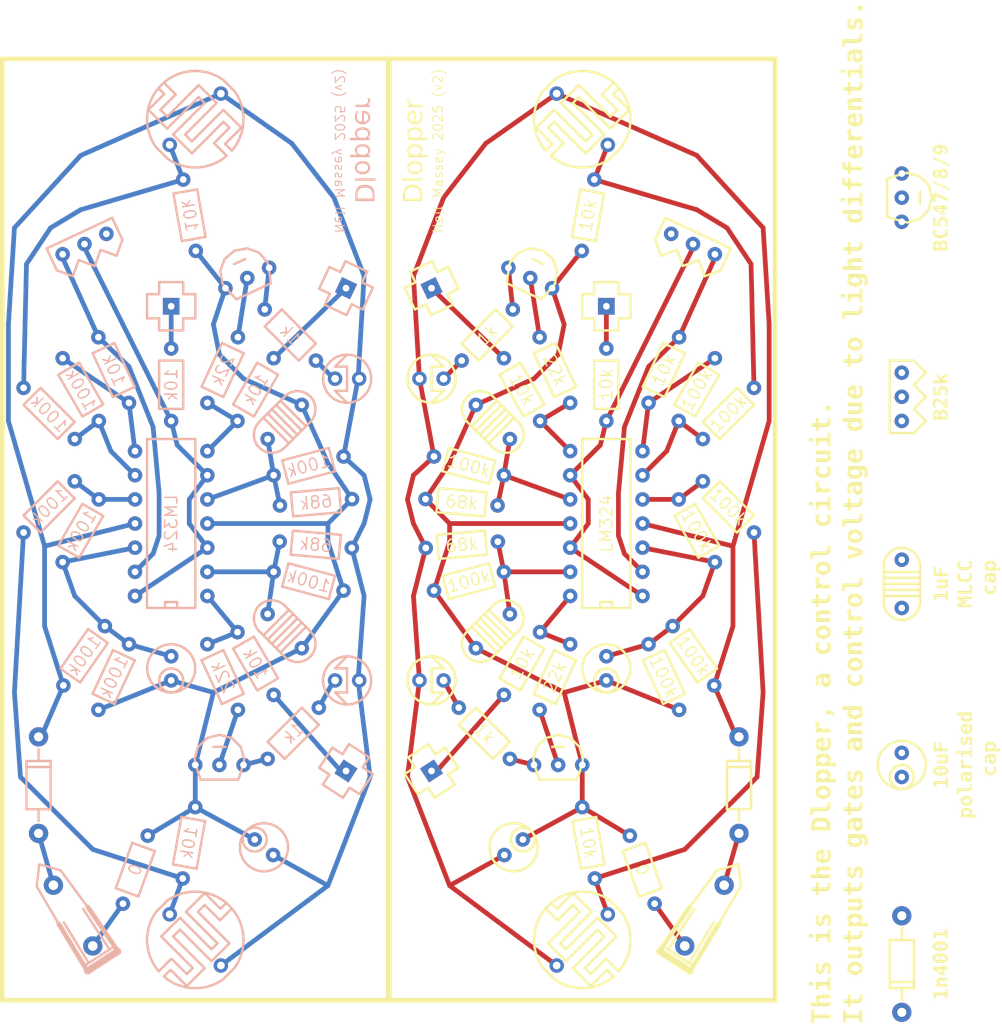
<source format=kicad_pcb>
(kicad_pcb (version 20240108) (generator "pcbnew") (generator_version "8.0")
  (layers (0 "F.Cu" signal) (31 "B.Cu" signal) (34 "B.Paste" user) (35 "F.Paste" user) (36 "B.SilkS" user "B.Silkscreen") (37 "F.SilkS" user "F.Silkscreen") (38 "B.Mask" user) (39 "F.Mask" user) (44 "Edge.Cuts" user))
  (net 0 "")
  (net 1 "GND")
  (net 2 "Net-(BT1-+)")
  (net 3 "MIDO")
  (net 4 "Net-(U1C--)")
  (net 5 "+9V")
  (net 6 "Net-(D1-K)")
  (net 7 "Net-(D2-K)")
  (net 8 "Net-(Q1-B)")
  (net 9 "Net-(Q1-C)")
  (net 10 "Net-(Q2-B)")
  (net 11 "Net-(Q2-C)")
  (net 12 "Net-(R3-Pad2)")
  (net 13 "Net-(U1A--)")
  (net 14 "Net-(R6-Pad2)")
  (net 15 "Net-(U1B-+)")
  (net 16 "Net-(R11-Pad1)")
  (net 17 "Net-(U1B--)")
  (net 18 "Net-(R14-Pad2)")
  (net 19 "Net-(R16-Pad1)")
  (net 20 "Vref1")
  (net 21 "Net-(R18-Pad2)")
  (net 22 "Net-(R19-Pad2)")
  (net 23 "Net-(R20-Pad2)")
  (net 25 "Vref2")
  (footprint "diy-nabra:power-1n4001" (layer "F.Cu") (at 113.665 151.765 90)
    (property "Reference" "REF**")
    (property "Value" "power-1n4001" (hide yes))
  )
  (footprint "diy-nabra:r3" (layer "F.Cu") (at 90.21535 119.936066 115)
    (property "Reference" "R2")
    (property "Value" "100k")
  )
  (footprint "diy-nabra:r3" (layer "F.Cu") (at 71.755 118.359114 60)
    (property "Reference" "R20")
    (property "Value" "10k")
  )
  (footprint "diy-nabra:wnob" (layer "F.Cu") (at 89.375956 69.85 -25)
    (property "Reference" "RV1")
    (property "Value" "B25k" (hide yes))
  )
  (footprint "diy-nabra:cadsulfide_sm" (layer "F.Cu") (at 80.01 144.145 -135)
    (property "Reference" "R6")
    (property "Value" "LDR-TOP" (hide yes))
  )
  (footprint "diy-nabra:cel1" (layer "F.Cu") (at 82.55 116.840001 90)
    (property "Reference" "C1")
    (property "Value" "10uF" (hide yes))
  )
  (footprint "diy-nabra:qnpn" (layer "F.Cu") (at 77.469999 125.730001 180)
    (property "Reference" "Q2")
    (property "Value" "BC547" (hide yes))
  )
  (footprint "diy-nabra:wsqout" (layer "F.Cu") (at 64.135 75.565 -154.6)
    (property "Reference" "TP1")
    (property "Value" "CompBot" (hide yes))
  )
  (footprint "diy-nabra:r3" (layer "F.Cu") (at 82.55 81.915001 -90)
    (property "Reference" "R18")
    (property "Value" "10k")
  )
  (footprint "diy-nabra:cel1" (layer "F.Cu") (at 113.665 127 90)
    (property "Reference" "REF**")
    (property "Value" "cel1" (hide yes))
  )
  (footprint "diy-nabra:power-1n4001" (layer "F.Cu") (at 96.52 122.77702 -90)
    (property "Reference" "D3")
    (property "Value" "1N4001" (hide yes))
  )
  (footprint "diy-nabra:dip14" (layer "F.Cu") (at 78.74 107.95 90)
    (property "Reference" "U1")
    (property "Value" "LM324")
  )
  (footprint "diy-nabra:r3" (layer "F.Cu") (at 90.17 97.79 -60)
    (property "Reference" "R10")
    (property "Value" "100k")
  )
  (footprint "diy-nabra:r3" (layer "F.Cu") (at 71.754999 82.935886 -60)
    (property "Reference" "R19")
    (property "Value" "10k")
  )
  (footprint "diy-nabra:r3" (layer "F.Cu") (at 90.215352 80.723936 -115)
    (property "Reference" "R11")
    (property "Value" "10k")
  )
  (footprint "diy-nabra:led" (layer "F.Cu") (at 65.405 85.09 180)
    (property "Reference" "D1")
    (property "Value" "LED" (hide yes))
  )
  (footprint "diy-nabra:r3" (layer "F.Cu") (at 64.394645 107.382201 15)
    (property "Reference" "R24")
    (property "Value" "100k")
  )
  (footprint "diy-nabra:r3" (layer "F.Cu") (at 71.755 95.25 165)
    (property "Reference" "R21")
    (property "Value" "100k")
  )
  (footprint "diy-nabra:r3" (layer "F.Cu") (at 71.12 102.235 -175)
    (property "Reference" "R23")
    (property "Value" "68k")
  )
  (footprint "diy-nabra:qnpn" (layer "F.Cu") (at 113.665 66.04 90)
    (property "Reference" "REF**")
    (property "Value" "qnpn" (hide yes))
  )
  (footprint "diy-nabra:r3" (layer "F.Cu") (at 72.698154 77.796848 -135)
    (property "Reference" "R15")
    (property "Value" "1k")
  )
  (footprint "diy-nabra:cel1" (layer "F.Cu") (at 73.75345 133.579675 -140)
    (property "Reference" "C3")
    (property "Value" "10uF" (hide yes))
  )
  (footprint "diy-nabra:r3" (layer "F.Cu") (at 92.71 95.885 -45)
    (property "Reference" "R8")
    (property "Value" "100k")
  )
  (footprint "diy-nabra:r3" (layer "F.Cu") (at 63.5 97.760873 -5)
    (property "Reference" "R22")
    (property "Value" "68k")
  )
  (footprint "diy-nabra:r3" (layer "F.Cu") (at 89.535 111.125 -55)
    (property "Reference" "R1")
    (property "Value" "100k")
  )
  (footprint "diy-nabra:cadsulfide_sm" (layer "F.Cu") (at 80.01 57.785 135)
    (property "Reference" "R3")
    (property "Value" "LDR-BOT" (hide yes))
  )
  (footprint "diy-nabra:r3" (layer "F.Cu") (at 78.74 87.63 115)
    (property "Reference" "R14")
    (property "Value" "22k")
  )
  (footprint "diy-nabra:led" (layer "F.Cu") (at 65.405 116.84 180)
    (property "Reference" "D2")
    (property "Value" "LED" (hide yes))
  )
  (footprint "diy-nabra:cpoly105" (layer "F.Cu") (at 113.665 109.22 90)
    (property "Reference" "REF**")
    (property "Value" "cpoly105" (hide yes))
  )
  (footprint "diy-nabra:r3" (layer "F.Cu") (at 72.39 125.095 135)
    (property "Reference" "R17")
    (property "Value" "1k")
  )
  (footprint "diy-nabra:wnob" (layer "F.Cu") (at 113.665 89.535 90)
    (property "Reference" "REF**")
    (property "Value" "wnob" (hide yes))
  )
  (footprint "diy-nabra:r3" (layer "F.Cu") (at 93.98 82.935887 -120)
    (property "Reference" "R9")
    (property "Value" "100k")
  )
  (footprint "diy-nabra:wobelisk" (layer "F.Cu") (at 90.805 144.78 57)
    (property "Reference" "BT1")
    (property "Value" "Battery" (hide yes))
  )
  (footprint "diy-nabra:cpoly105" (layer "F.Cu") (at 68.797898 87.847898 -45)
    (property "Reference" "C4")
    (property "Value" "1uF" (hide yes))
  )
  (footprint "diy-nabra:r3" (layer "F.Cu") (at 80.01 130.175 -80)
    (property "Reference" "R7")
    (property "Value" "10k")
  )
  (footprint "diy-nabra:wsqout" (layer "F.Cu") (at 82.55 77.47 180)
    (property "Reference" "TP2")
    (property "Value" "Out" (hide yes))
  )
  (footprint "diy-nabra:r3" (layer "F.Cu") (at 75.519647 119.936064 65)
    (property "Reference" "R16")
    (property "Value" "22k")
  )
  (footprint "diy-nabra:r3" (layer "F.Cu") (at 79.956801 71.639236 80)
    (property "Reference" "R4")
    (property "Value" "10k")
  )
  (footprint "diy-nabra:wsqout" (layer "F.Cu") (at 64.135 126.365 -147)
    (property "Reference" "TP3")
    (property "Value" "CompTop" (hide yes))
  )
  (footprint "diy-nabra:r3" (layer "F.Cu") (at 85.023806 133.174542 -70)
    (property "Reference" "R7")
    (property "Value" "0")
  )
  (footprint "diy-nabra:qnpn" (layer "F.Cu") (at 74.532977 74.491548 155)
    (property "Reference" "Q1")
    (property "Value" "BC547" (hide yes))
  )
  (footprint "diy-nabra:cpoly105" (layer "F.Cu") (at 68.797898 113.447102 45)
    (property "Reference" "C5")
    (property "Value" "1uF" (hide yes))
  )
  (footprint "diy-nabra:r3" (layer "F.Cu") (at 92.71 91.44 45)
    (property "Reference" "R5")
    (property "Value" "100k")
  )
  (footprint "diy-nabra:cel1" (layer "B.Cu") (at 45.509858 133.579675 -40)
    (property "Reference" "C3")
    (property "Value" "10uF" (hide yes))
  )
  (footprint "diy-nabra:r3" (layer "B.Cu") (at 29.093308 97.79 -120)
    (property "Reference" "R10")
    (property "Value" "100k")
  )
  (footprint "diy-nabra:r3" (layer "B.Cu") (at 55.763308 97.760873 -175)
    (property "Reference" "R22")
    (property "Value" "68k")
  )
  (footprint "diy-nabra:wsqout" (layer "B.Cu") (at 55.128308 75.565 -25.4)
    (property "Reference" "TP1")
    (property "Value" "CompBot" (hide yes))
  )
  (footprint "diy-nabra:r3" (layer "B.Cu") (at 54.868663 107.382201 165)
    (property "Reference" "R24")
    (property "Value" "100k")
  )
  (footprint "diy-nabra:qnpn" (layer "B.Cu") (at 41.793309 125.730001)
    (property "Reference" "Q2")
    (property "Value" "BC547" (hide yes))
  )
  (footprint "diy-nabra:cpoly105" (layer "B.Cu") (at 50.46541 87.847898 -135)
    (property "Reference" "C4")
    (property "Value" "1uF" (hide yes))
  )
  (footprint "diy-nabra:r3" (layer "B.Cu") (at 40.523308 87.63 65)
    (property "Reference" "R14")
    (property "Value" "22k")
  )
  (footprint "diy-nabra:r3" (layer "B.Cu") (at 26.553308 95.885 -135)
    (property "Reference" "R8")
    (property "Value" "100k")
  )
  (footprint "diy-nabra:dip14" (layer "B.Cu") (at 40.523308 107.95 90)
    (property "Reference" "U1")
    (property "Value" "LM324")
  )
  (footprint "diy-nabra:r3" (layer "B.Cu") (at 47.508309 82.935886 -120)
    (property "Reference" "R19")
    (property "Value" "10k")
  )
  (footprint "diy-nabra:qnpn" (layer "B.Cu") (at 44.730331 74.491548 25)
    (property "Reference" "Q1")
    (property "Value" "BC547" (hide yes))
  )
  (footprint "diy-nabra:r3" (layer "B.Cu") (at 29.728308 111.125 -125)
    (property "Reference" "R1")
    (property "Value" "100k")
  )
  (footprint "diy-nabra:r3" (layer "B.Cu") (at 39.306507 71.639236 100)
    (property "Reference" "R4")
    (property "Value" "10k")
  )
  (footprint "diy-nabra:wnob" (layer "B.Cu") (at 29.887352 69.85 -155)
    (property "Reference" "RV1")
    (property "Value" "B25k" (hide yes))
  )
  (footprint "diy-nabra:led" (layer "B.Cu") (at 53.975 85.09)
    (property "Reference" "D1")
    (property "Value" "LED" (hide yes))
  )
  (footprint "diy-nabra:r3" (layer "B.Cu") (at 48.143308 102.235 -5)
    (property "Reference" "R23")
    (property "Value" "68k")
  )
  (footprint "diy-nabra:r3" (layer "B.Cu") (at 46.565154 77.796848 -45)
    (property "Reference" "R15")
    (property "Value" "1k")
  )
  (footprint "diy-nabra:cel1" (layer "B.Cu") (at 36.713308 116.840001 90)
    (property "Reference" "C1")
    (property "Value" "10uF" (hide yes))
  )
  (footprint "diy-nabra:r3" (layer "B.Cu") (at 39.253308 130.175 -100)
    (property "Reference" "R7")
    (property "Value" "10k")
  )
  (footprint "diy-nabra:cadsulfide_sm" (layer "B.Cu") (at 39.253308 57.785 45)
    (property "Reference" "R3")
    (property "Value" "LDR-BOT" (hide yes))
  )
  (footprint "diy-nabra:r3" (layer "B.Cu") (at 36.713308 81.915001 -90)
    (property "Reference" "R18")
    (property "Value" "10k")
  )
  (footprint "diy-nabra:r3" (layer "B.Cu") (at 47.508308 95.25 15)
    (property "Reference" "R21")
    (property "Value" "100k")
  )
  (footprint "diy-nabra:power-1n4001" (layer "B.Cu") (at 22.743308 122.77702 -90)
    (property "Reference" "D3")
    (property "Value" "1N4001" (hide yes))
  )
  (footprint "diy-nabra:wobelisk" (layer "B.Cu") (at 28.458308 144.78 123)
    (property "Reference" "BT1")
    (property "Value" "Battery" (hide yes))
  )
  (footprint "diy-nabra:r3" (layer "B.Cu") (at 26.553308 91.44 135)
    (property "Reference" "R5")
    (property "Value" "100k")
  )
  (footprint "diy-nabra:wsqout" (layer "B.Cu") (at 36.713308 77.47)
    (property "Reference" "TP2")
    (property "Value" "Out" (hide yes))
  )
  (footprint "diy-nabra:r3" (layer "B.Cu") (at 25.283308 82.935887 -60)
    (property "Reference" "R9")
    (property "Value" "100k")
  )
  (footprint "diy-nabra:cadsulfide_sm" (layer "B.Cu") (at 39.253308 144.145 -45)
    (property "Reference" "R6")
    (property "Value" "LDR-TOP" (hide yes))
  )
  (footprint "diy-nabra:r3" (layer "B.Cu") (at 43.743661 119.936064 115)
    (property "Reference" "R16")
    (property "Value" "22k")
  )
  (footprint "diy-nabra:r3" (layer "B.Cu") (at 46.873308 125.095 45)
    (property "Reference" "R17")
    (property "Value" "1k")
  )
  (footprint "diy-nabra:wsqout" (layer "B.Cu") (at 55.128308 126.365 -33)
    (property "Reference" "TP3")
    (property "Value" "CompTop" (hide yes))
  )
  (footprint "diy-nabra:r3" (layer "B.Cu") (at 29.047958 119.936066 65)
    (property "Reference" "R2")
    (property "Value" "100k")
  )
  (footprint "diy-nabra:led" (layer "B.Cu") (at 53.975 116.84)
    (property "Reference" "D2")
    (property "Value" "LED" (hide yes))
  )
  (footprint "diy-nabra:cpoly105" (layer "B.Cu") (at 50.46541 113.447102 135)
    (property "Reference" "C5")
    (property "Value" "1uF" (hide yes))
  )
  (footprint "diy-nabra:r3" (layer "B.Cu") (at 47.508308 118.359114 120)
    (property "Reference" "R20")
    (property "Value" "10k")
  )
  (footprint "diy-nabra:r3" (layer "B.Cu") (at 29.047956 80.723936 -65)
    (property "Reference" "R11")
    (property "Value" "10k")
  )
  (footprint "diy-nabra:r3" (layer "B.Cu") (at 34.239502 133.174542 -110)
    (property "Reference" "R7")
    (property "Value" "0")
  )
  (gr_rect (start 18.933308 51.435) (end 59.573308 150.495) (stroke (width 0.5)) (fill none) (layer "F.SilkS"))
  (gr_rect (start 59.69 51.435) (end 100.33 150.495) (stroke (width 0.5)) (fill none) (layer "F.SilkS"))
  (gr_text "Dlopper" (at 55.763308 66.675 -90) (layer "B.SilkS") (effects (font (size 2 2) (thickness 0.1)) (justify left bottom mirror)))
  (gr_text "Neil Massey 2025 (v2)" (at 53.858308 69.85 -90) (layer "B.SilkS") (effects (font (size 1 1) (thickness 0.1)) (justify left bottom mirror)))
  (gr_text "BC547/8/9" (at 118.745 66.04 90) (layer "F.SilkS") (effects (font (size 1.5 1.5) (thickness 0.3) (bold yes)) (justify bottom)))
  (gr_text "1uF \nMLCC \ncap" (at 123.825 106.045 90) (layer "F.SilkS") (effects (font (size 1.5 1.5) (thickness 0.3) (bold yes)) (justify bottom)))
  (gr_text "1n4001" (at 118.745 150.495 90) (layer "F.SilkS") (effects (font (size 1.5 1.5) (thickness 0.3) (bold yes)) (justify left bottom)))
  (gr_text "Dlopper" (at 63.5 66.675 90) (layer "F.SilkS") (effects (font (size 2 2) (thickness 0.1)) (justify left bottom)))
  (gr_text "Neil Massey 2025 (v2)" (at 65.405 69.85 90) (layer "F.SilkS") (effects (font (size 1 1) (thickness 0.1)) (justify left bottom)))
  (gr_text "10uF \npolarised \ncap" (at 123.825 125.095 90) (layer "F.SilkS") (effects (font (size 1.5 1.5) (thickness 0.3) (bold yes)) (justify bottom)))
  (gr_text "B25k" (at 118.745 86.995 90) (layer "F.SilkS") (effects (font (size 1.5 1.5) (thickness 0.3) (bold yes)) (justify bottom)))
  (gr_text "This is the Dlopper, a control circuit.\nIt outputs gates and control voltage due to light differentials." (at 109.855 153.035 90) (layer "F.SilkS") (effects (font (size 2 2) (thickness 0.4) (bold yes)) (justify left bottom)))
  (segment (start 85.023806 133.174542) (end 80.01 130.175) (width 0.5) (layer "F.Cu") (net 1))
  (segment (start 64.394645 107.382201) (end 66.04 102.235) (width 0.5) (layer "F.Cu") (net 1))
  (segment (start 78.105 118.11) (end 82.55 116.840001) (width 0.5) (layer "F.Cu") (net 1))
  (segment (start 74.93 85.09) (end 77.47 82.55) (width 0.5) (layer "F.Cu") (net 1))
  (segment (start 76.835 75.565) (end 79.956801 71.639236) (width 0.5) (layer "F.Cu") (net 1))
  (segment (start 80.01 125.73) (end 78.105 118.11) (width 0.5) (layer "F.Cu") (net 1))
  (segment (start 82.55 116.840001) (end 90.21535 119.936066) (width 0.5) (layer "F.Cu") (net 1))
  (segment (start 90.805 144.78) (end 87.63 140.335) (width 0.5) (layer "F.Cu") (net 1))
  (segment (start 78.74 100.33) (end 66.04 100.33) (width 0.5) (layer "F.Cu") (net 1))
  (segment (start 68.797898 113.447102) (end 64.394645 107.382201) (width 0.5) (layer "F.Cu") (net 1))
  (segment (start 68.797898 87.847898) (end 74.93 85.09) (width 0.5) (layer "F.Cu") (net 1))
  (segment (start 78.105 79.375) (end 76.835 75.565) (width 0.5) (layer "F.Cu") (net 1))
  (segment (start 66.04 102.235) (end 66.04 100.33) (width 0.5) (layer "F.Cu") (net 1))
  (segment (start 66.04 93.98) (end 68.797898 87.847898) (width 0.5) (layer "F.Cu") (net 1))
  (segment (start 66.04 100.33) (end 63.5 97.760873) (width 0.5) (layer "F.Cu") (net 1))
  (segment (start 68.797898 113.447102) (end 78.105 118.11) (width 0.5) (layer "F.Cu") (net 1))
  (segment (start 80.01 130.175) (end 73.75345 133.579675) (width 0.5) (layer "F.Cu") (net 1))
  (segment (start 63.5 97.760873) (end 66.04 93.98) (width 0.5) (layer "F.Cu") (net 1))
  (segment (start 80.01 130.175) (end 80.01 125.73) (width 0.5) (layer "F.Cu") (net 1))
  (segment (start 77.47 82.55) (end 78.105 79.375) (width 0.5) (layer "F.Cu") (net 1))
  (segment (start 39.253308 130.175) (end 45.509858 133.579675) (width 0.5) (layer "B.Cu") (net 1))
  (segment (start 53.223308 93.98) (end 50.46541 87.847898) (width 0.5) (layer "B.Cu") (net 1))
  (segment (start 53.223308 100.33) (end 55.763308 97.760873) (width 0.5) (layer "B.Cu") (net 1))
  (segment (start 36.713308 116.840001) (end 29.047958 119.936066) (width 0.5) (layer "B.Cu") (net 1))
  (segment (start 41.158308 79.375) (end 42.428308 75.565) (width 0.5) (layer "B.Cu") (net 1))
  (segment (start 39.253308 125.73) (end 41.158308 118.11) (width 0.5) (layer "B.Cu") (net 1))
  (segment (start 54.868663 107.382201) (end 53.223308 102.235) (width 0.5) (layer "B.Cu") (net 1))
  (segment (start 41.158308 118.11) (end 36.713308 116.840001) (width 0.5) (layer "B.Cu") (net 1))
  (segment (start 50.46541 113.447102) (end 41.158308 118.11) (width 0.5) (layer "B.Cu") (net 1))
  (segment (start 50.46541 113.447102) (end 54.868663 107.382201) (width 0.5) (layer "B.Cu") (net 1))
  (segment (start 41.793308 82.55) (end 41.158308 79.375) (width 0.5) (layer "B.Cu") (net 1))
  (segment (start 39.253308 130.175) (end 39.253308 125.73) (width 0.5) (layer "B.Cu") (net 1))
  (segment (start 53.223308 102.235) (end 53.223308 100.33) (width 0.5) (layer "B.Cu") (net 1))
  (segment (start 40.523308 100.33) (end 53.223308 100.33) (width 0.5) (layer "B.Cu") (net 1))
  (segment (start 34.239502 133.174542) (end 39.253308 130.175) (width 0.5) (layer "B.Cu") (net 1))
  (segment (start 44.333308 85.09) (end 41.793308 82.55) (width 0.5) (layer "B.Cu") (net 1))
  (segment (start 55.763308 97.760873) (end 53.223308 93.98) (width 0.5) (layer "B.Cu") (net 1))
  (segment (start 28.458308 144.78) (end 31.633308 140.335) (width 0.5) (layer "B.Cu") (net 1))
  (segment (start 42.428308 75.565) (end 39.306507 71.639236) (width 0.5) (layer "B.Cu") (net 1))
  (segment (start 50.46541 87.847898) (end 44.333308 85.09) (width 0.5) (layer "B.Cu") (net 1))
  (segment (start 94.955149 138.38933) (end 96.519999 132.937021) (width 0.5) (layer "F.Cu") (net 2))
  (segment (start 24.308159 138.38933) (end 22.743309 132.937021) (width 0.5) (layer "B.Cu") (net 2))
  (segment (start 89.535 111.125) (end 92.71 107.95) (width 0.5) (layer "F.Cu") (net 3))
  (segment (start 86.995 113.03) (end 89.535 111.125) (width 0.5) (layer "F.Cu") (net 3))
  (segment (start 86.995 113.03) (end 82.55 114.3) (width 0.5) (layer "F.Cu") (net 3))
  (segment (start 93.98 104.389114) (end 86.36 102.87) (width 0.5) (layer "F.Cu") (net 3))
  (segment (start 92.71 107.95) (end 93.98 104.389114) (width 0.5) (layer "F.Cu") (net 3))
  (segment (start 29.728308 111.125) (end 26.553308 107.95) (width 0.5) (layer "B.Cu") (net 3))
  (segment (start 26.553308 107.95) (end 25.283308 104.389114) (width 0.5) (layer "B.Cu") (net 3))
  (segment (start 32.268308 113.03) (end 36.713308 114.3) (width 0.5) (layer "B.Cu") (net 3))
  (segment (start 32.268308 113.03) (end 29.728308 111.125) (width 0.5) (layer "B.Cu") (net 3))
  (segment (start 25.283308 104.389114) (end 32.903308 102.87) (width 0.5) (layer "B.Cu") (net 3))
  (segment (start 86.36 107.95) (end 78.739999 102.87) (width 0.5) (layer "F.Cu") (net 4))
  (segment (start 78.74 95.25) (end 80.645 97.79) (width 0.5) (layer "F.Cu") (net 4))
  (segment (start 78.74 95.25) (end 81.915 92.075) (width 0.5) (layer "F.Cu") (net 4))
  (segment (start 80.645 100.33) (end 78.739999 102.87) (width 0.5) (layer "F.Cu") (net 4))
  (segment (start 81.915 92.075) (end 82.55 89.535) (width 0.5) (layer "F.Cu") (net 4))
  (segment (start 82.55 89.535) (end 91.677978 71.316548) (width 0.5) (layer "F.Cu") (net 4))
  (segment (start 80.645 97.79) (end 80.645 100.33) (width 0.5) (layer "F.Cu") (net 4))
  (segment (start 40.523308 95.25) (end 38.618308 97.79) (width 0.5) (layer "B.Cu") (net 4))
  (segment (start 38.618308 100.33) (end 40.523309 102.87) (width 0.5) (layer "B.Cu") (net 4))
  (segment (start 32.903308 107.95) (end 40.523309 102.87) (width 0.5) (layer "B.Cu") (net 4))
  (segment (start 38.618308 97.79) (end 38.618308 100.33) (width 0.5) (layer "B.Cu") (net 4))
  (segment (start 37.348308 92.075) (end 36.713308 89.535) (width 0.5) (layer "B.Cu") (net 4))
  (segment (start 40.523308 95.25) (end 37.348308 92.075) (width 0.5) (layer "B.Cu") (net 4))
  (segment (start 36.713308 89.535) (end 27.58533 71.316548) (width 0.5) (layer "B.Cu") (net 4))
  (segment (start 92.075 61.595) (end 77.315923 55.090923) (width 0.5) (layer "F.Cu") (net 5))
  (segment (start 61.595 127) (end 62.865 116.84) (width 0.5) (layer "F.Cu") (net 5))
  (segment (start 66.04 138.43) (end 61.595 127) (width 0.5) (layer "F.Cu") (net 5))
  (segment (start 77.315923 146.839077) (end 66.04 138.43) (width 0.5) (layer "F.Cu") (net 5))
  (segment (start 62.23 107.95) (end 63.528996 102.899127) (width 0.5) (layer "F.Cu") (net 5))
  (segment (start 95.885 111.125) (end 93.905652 117.366938) (width 0.5) (layer "F.Cu") (net 5))
  (segment (start 95.885 102.71125) (end 99.695 89.535) (width 0.5) (layer "F.Cu") (net 5))
  (segment (start 86.360001 100.33) (end 95.885 102.71125) (width 0.5) (layer "F.Cu") (net 5))
  (segment (start 99.695 89.535) (end 99.695 79.375) (width 0.5) (layer "F.Cu") (net 5))
  (segment (start 71.807697 135.212355) (end 66.04 138.43) (width 0.5) (layer "F.Cu") (net 5))
  (segment (start 99.06 69.215) (end 92.075 61.595) (width 0.5) (layer "F.Cu") (net 5))
  (segment (start 62.865 85.09) (end 62.23 74.295) (width 0.5) (layer "F.Cu") (net 5))
  (segment (start 62.23 95.25) (end 64.394645 93.277799) (width 0.5) (layer "F.Cu") (net 5))
  (segment (start 93.905652 117.366938) (end 96.52 123.41202) (width 0.5) (layer "F.Cu") (net 5))
  (segment (start 61.595 97.79) (end 62.23 95.25) (width 0.5) (layer "F.Cu") (net 5))
  (segment (start 62.23 100.33) (end 61.595 97.79) (width 0.5) (layer "F.Cu") (net 5))
  (segment (start 64.394645 93.277799) (end 62.865 85.09) (width 0.5) (layer "F.Cu") (net 5))
  (segment (start 62.865 116.84) (end 62.23 107.95) (width 0.5) (layer "F.Cu") (net 5))
  (segment (start 99.695 79.375) (end 99.06 69.215) (width 0.5) (layer "F.Cu") (net 5))
  (segment (start 62.23 74.295) (end 65.405 66.04) (width 0.5) (layer "F.Cu") (net 5))
  (segment (start 95.885 102.71125) (end 95.885 111.125) (width 0.5) (layer "F.Cu") (net 5))
  (segment (start 63.528996 102.899127) (end 62.23 100.33) (width 0.5) (layer "F.Cu") (net 5))
  (segment (start 65.405 66.04) (end 69.85 60.325) (width 0.5) (layer "F.Cu") (net 5))
  (segment (start 69.85 60.325) (end 77.315923 55.090923) (width 0.5) (layer "F.Cu") (net 5))
  (segment (start 23.378308 102.71125) (end 23.378308 111.125) (width 0.5) (layer "B.Cu") (net 5))
  (segment (start 41.947385 146.839077) (end 53.223308 138.43) (width 0.5) (layer "B.Cu") (net 5))
  (segment (start 49.413308 60.325) (end 41.947385 55.090923) (width 0.5) (layer "B.Cu") (net 5))
  (segment (start 19.568308 79.375) (end 20.203308 69.215) (width 0.5) (layer "B.Cu") (net 5))
  (segment (start 57.033308 95.25) (end 54.868663 93.277799) (width 0.5) (layer "B.Cu") (net 5))
  (segment (start 32.903307 100.33) (end 23.378308 102.71125) (width 0.5) (layer "B.Cu") (net 5))
  (segment (start 47.455611 135.212355) (end 53.223308 138.43) (width 0.5) (layer "B.Cu") (net 5))
  (segment (start 57.033308 107.95) (end 55.734312 102.899127) (width 0.5) (layer "B.Cu") (net 5))
  (segment (start 27.188308 61.595) (end 41.947385 55.090923) (width 0.5) (layer "B.Cu") (net 5))
  (segment (start 55.734312 102.899127) (end 57.033308 100.33) (width 0.5) (layer "B.Cu") (net 5))
  (segment (start 25.357656 117.366938) (end 22.743308 123.41202) (width 0.5) (layer "B.Cu") (net 5))
  (segment (start 54.868663 93.277799) (end 56.398308 85.09) (width 0.5) (layer "B.Cu") (net 5))
  (segment (start 53.858308 66.04) (end 49.413308 60.325) (width 0.5) (layer "B.Cu") (net 5))
  (segment (start 20.203308 69.215) (end 27.188308 61.595) (width 0.5) (layer "B.Cu") (net 5))
  (segment (start 19.568308 89.535) (end 19.568308 79.375) (width 0.5) (layer "B.Cu") (net 5))
  (segment (start 56.398308 85.09) (end 57.033308 74.295) (width 0.5) (layer "B.Cu") (net 5))
  (segment (start 23.378308 111.125) (end 25.357656 117.366938) (width 0.5) (layer "B.Cu") (net 5))
  (segment (start 57.668308 97.79) (end 57.033308 95.25) (width 0.5) (layer "B.Cu") (net 5))
  (segment (start 57.668308 127) (end 56.398308 116.84) (width 0.5) (layer "B.Cu") (net 5))
  (segment (start 23.378308 102.71125) (end 19.568308 89.535) (width 0.5) (layer "B.Cu") (net 5))
  (segment (start 57.033308 100.33) (end 57.668308 97.79) (width 0.5) (layer "B.Cu") (net 5))
  (segment (start 57.033308 74.295) (end 53.858308 66.04) (width 0.5) (layer "B.Cu") (net 5))
  (segment (start 56.398308 116.84) (end 57.033308 107.95) (width 0.5) (layer "B.Cu") (net 5))
  (segment (start 53.223308 138.43) (end 57.668308 127) (width 0.5) (layer "B.Cu") (net 5))
  (segment (start 65.405 85.09) (end 67.31 83.185) (width 0.5) (layer "F.Cu") (net 6))
  (segment (start 53.858308 85.09) (end 51.953308 83.185) (width 0.5) (layer "B.Cu") (net 6))
  (segment (start 65.405 116.839999) (end 67.001846 119.706846) (width 0.5) (layer "F.Cu") (net 7))
  (segment (start 53.858308 116.839999) (end 52.261462 119.706846) (width 0.5) (layer "B.Cu") (net 7))
  (segment (start 75.519649 80.723935) (end 74.532977 74.491548) (width 0.5) (layer "F.Cu") (net 8))
  (segment (start 43.743659 80.723935) (end 44.730331 74.491548) (width 0.5) (layer "B.Cu") (net 8))
  (segment (start 72.698154 77.796848) (end 72.230954 73.418096) (width 0.5) (layer "F.Cu") (net 9))
  (segment (start 46.565154 77.796848) (end 47.032354 73.418096) (width 0.5) (layer "B.Cu") (net 9))
  (segment (start 77.469999 125.730001) (end 75.519647 119.936064) (width 0.5) (layer "F.Cu") (net 10))
  (segment (start 41.793309 125.730001) (end 43.743661 119.936064) (width 0.5) (layer "B.Cu") (net 10))
  (segment (start 72.39 125.095) (end 74.929998 125.730002) (width 0.5) (layer "F.Cu") (net 11))
  (segment (start 46.873308 125.095) (end 44.33331 125.730002) (width 0.5) (layer "B.Cu") (net 11))
  (segment (start 92.075 67.31) (end 81.28 64.135) (width 0.5) (layer "F.Cu") (net 12))
  (segment (start 82.704077 60.479077) (end 81.28 64.135) (width 0.5) (layer "F.Cu") (net 12))
  (segment (start 97.79 73.025) (end 95.25 69.215) (width 0.5) (layer "F.Cu") (net 12))
  (segment (start 95.25 69.215) (end 92.075 67.31) (width 0.5) (layer "F.Cu") (net 12))
  (segment (start 98.098153 86.051846) (end 97.79 73.025) (width 0.5) (layer "F.Cu") (net 12))
  (segment (start 21.473308 73.025) (end 24.013308 69.215) (width 0.5) (layer "B.Cu") (net 12))
  (segment (start 27.188308 67.31) (end 37.983308 64.135) (width 0.5) (layer "B.Cu") (net 12))
  (segment (start 21.165155 86.051846) (end 21.473308 73.025) (width 0.5) (layer "B.Cu") (net 12))
  (segment (start 36.559231 60.479077) (end 37.983308 64.135) (width 0.5) (layer "B.Cu") (net 12))
  (segment (start 24.013308 69.215) (end 27.188308 67.31) (width 0.5) (layer "B.Cu") (net 12))
  (segment (start 83.82 101.6) (end 83.82 97.155) (width 0.5) (layer "F.Cu") (net 13))
  (segment (start 86.995 83.82) (end 90.215352 80.723936) (width 0.5) (layer "F.Cu") (net 13))
  (segment (start 84.455 90.17) (end 86.995 83.82) (width 0.5) (layer "F.Cu") (net 13))
  (segment (start 84.455 103.505) (end 83.82 101.6) (width 0.5) (layer "F.Cu") (net 13))
  (segment (start 86.36 105.41) (end 84.455 103.505) (width 0.5) (layer "F.Cu") (net 13))
  (segment (start 83.82 97.155) (end 84.455 90.17) (width 0.5) (layer "F.Cu") (net 13))
  (segment (start 90.215352 80.723936) (end 93.98 72.39) (width 0.5) (layer "F.Cu") (net 13))
  (segment (start 35.443308 97.155) (end 34.808308 90.17) (width 0.5) (layer "B.Cu") (net 13))
  (segment (start 35.443308 101.6) (end 35.443308 97.155) (width 0.5) (layer "B.Cu") (net 13))
  (segment (start 32.903308 105.41) (end 34.808308 103.505) (width 0.5) (layer "B.Cu") (net 13))
  (segment (start 34.808308 103.505) (end 35.443308 101.6) (width 0.5) (layer "B.Cu") (net 13))
  (segment (start 29.047956 80.723936) (end 25.283308 72.39) (width 0.5) (layer "B.Cu") (net 13))
  (segment (start 32.268308 83.82) (end 29.047956 80.723936) (width 0.5) (layer "B.Cu") (net 13))
  (segment (start 34.808308 90.17) (end 32.268308 83.82) (width 0.5) (layer "B.Cu") (net 13))
  (segment (start 81.3332 137.679235) (end 90.805 134.62) (width 0.5) (layer "F.Cu") (net 14))
  (segment (start 90.805 134.62) (end 98.425 127) (width 0.5) (layer "F.Cu") (net 14))
  (segment (start 98.425 127) (end 99.06 118.11) (width 0.5) (layer "F.Cu") (net 14))
  (segment (start 81.3332 137.679235) (end 82.704077 141.450923) (width 0.5) (layer "F.Cu") (net 14))
  (segment (start 99.06 118.11) (end 98.098154 101.273154) (width 0.5) (layer "F.Cu") (net 14))
  (segment (start 28.458308 134.62) (end 20.838308 127) (width 0.5) (layer "B.Cu") (net 14))
  (segment (start 37.930108 137.679235) (end 28.458308 134.62) (width 0.5) (layer "B.Cu") (net 14))
  (segment (start 20.203308 118.11) (end 21.165154 101.273154) (width 0.5) (layer "B.Cu") (net 14))
  (segment (start 20.838308 127) (end 20.203308 118.11) (width 0.5) (layer "B.Cu") (net 14))
  (segment (start 37.930108 137.679235) (end 36.559231 141.450923) (width 0.5) (layer "B.Cu") (net 14))
  (segment (start 90.17 97.79) (end 92.71 95.885) (width 0.5) (layer "F.Cu") (net 15))
  (segment (start 86.36 97.789999) (end 90.17 97.79) (width 0.5) (layer "F.Cu") (net 15))
  (segment (start 29.093308 97.79) (end 26.553308 95.885) (width 0.5) (layer "B.Cu") (net 15))
  (segment (start 32.903308 97.789999) (end 29.093308 97.79) (width 0.5) (layer "B.Cu") (net 15))
  (segment (start 86.360001 92.71) (end 86.995 87.63) (width 0.5) (layer "F.Cu") (net 16))
  (segment (start 86.995 87.63) (end 93.98 82.935887) (width 0.5) (layer "F.Cu") (net 16))
  (segment (start 32.903307 92.71) (end 32.268308 87.63) (width 0.5) (layer "B.Cu") (net 16))
  (segment (start 32.268308 87.63) (end 25.283308 82.935887) (width 0.5) (layer "B.Cu") (net 16))
  (segment (start 90.17 89.535) (end 92.71 91.44) (width 0.5) (layer "F.Cu") (net 17))
  (segment (start 86.36 95.25) (end 88.9 92.71) (width 0.5) (layer "F.Cu") (net 17))
  (segment (start 88.9 92.71) (end 90.17 89.535) (width 0.5) (layer "F.Cu") (net 17))
  (segment (start 30.363308 92.71) (end 29.093308 89.535) (width 0.5) (layer "B.Cu") (net 17))
  (segment (start 29.093308 89.535) (end 26.553308 91.44) (width 0.5) (layer "B.Cu") (net 17))
  (segment (start 32.903308 95.25) (end 30.363308 92.71) (width 0.5) (layer "B.Cu") (net 17))
  (segment (start 78.74 92.709999) (end 75.565 89.535) (width 0.5) (layer "F.Cu") (net 18))
  (segment (start 75.565 89.535) (end 78.74 87.63) (width 0.5) (layer "F.Cu") (net 18))
  (segment (start 43.698308 89.535) (end 40.523308 87.63) (width 0.5) (layer "B.Cu") (net 18))
  (segment (start 40.523308 92.709999) (end 43.698308 89.535) (width 0.5) (layer "B.Cu") (net 18))
  (segment (start 75.565 111.76) (end 78.74 113.03) (width 0.5) (layer "F.Cu") (net 19))
  (segment (start 75.565 111.76) (end 78.74 107.95) (width 0.5) (layer "F.Cu") (net 19))
  (segment (start 43.698308 111.76) (end 40.523308 107.95) (width 0.5) (layer "B.Cu") (net 19))
  (segment (start 43.698308 111.76) (end 40.523308 113.03) (width 0.5) (layer "B.Cu") (net 19))
  (segment (start 71.755 95.25) (end 78.740001 97.790001) (width 0.5) (layer "F.Cu") (net 20))
  (segment (start 71.091004 98.425) (end 71.755 95.25) (width 0.5) (layer "F.Cu") (net 20))
  (segment (start 72.39 91.44) (end 71.755 95.25) (width 0.5) (layer "F.Cu") (net 20))
  (segment (start 48.172304 98.425) (end 47.508308 95.25) (width 0.5) (layer "B.Cu") (net 20))
  (segment (start 47.508308 95.25) (end 40.523307 97.790001) (width 0.5) (layer "B.Cu") (net 20))
  (segment (start 46.873308 91.44) (end 47.508308 95.25) (width 0.5) (layer "B.Cu") (net 20))
  (segment (start 82.55 81.915001) (end 82.55 77.47) (width 0.5) (layer "F.Cu") (net 21))
  (segment (start 36.713308 81.915001) (end 36.713308 77.47) (width 0.5) (layer "B.Cu") (net 21))
  (segment (start 64.135 75.565) (end 71.754999 82.935886) (width 0.5) (layer "F.Cu") (net 22))
  (segment (start 55.128308 75.565) (end 47.508309 82.935886) (width 0.5) (layer "B.Cu") (net 22))
  (segment (start 71.755 118.359114) (end 64.135 127) (width 0.5) (layer "F.Cu") (net 23))
  (segment (start 47.508308 118.359114) (end 55.128308 127) (width 0.5) (layer "B.Cu") (net 23))
  (segment (start 71.12 102.235) (end 71.755 105.41) (width 0.5) (layer "F.Cu") (net 25))
  (segment (start 72.39 109.855) (end 71.755 105.41) (width 0.5) (layer "F.Cu") (net 25))
  (segment (start 78.74 105.41) (end 71.755 105.41) (width 0.5) (layer "F.Cu") (net 25))
  (segment (start 46.873308 109.855) (end 47.508308 105.41) (width 0.5) (layer "B.Cu") (net 25))
  (segment (start 48.143308 102.235) (end 47.508308 105.41) (width 0.5) (layer "B.Cu") (net 25))
  (segment (start 40.523308 105.41) (end 47.508308 105.41) (width 0.5) (layer "B.Cu") (net 25))
)
</source>
